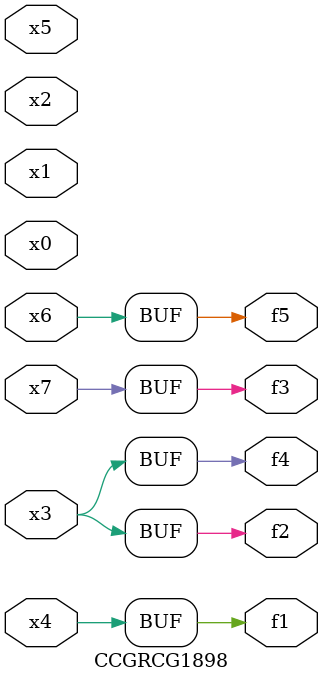
<source format=v>
module CCGRCG1898(
	input x0, x1, x2, x3, x4, x5, x6, x7,
	output f1, f2, f3, f4, f5
);
	assign f1 = x4;
	assign f2 = x3;
	assign f3 = x7;
	assign f4 = x3;
	assign f5 = x6;
endmodule

</source>
